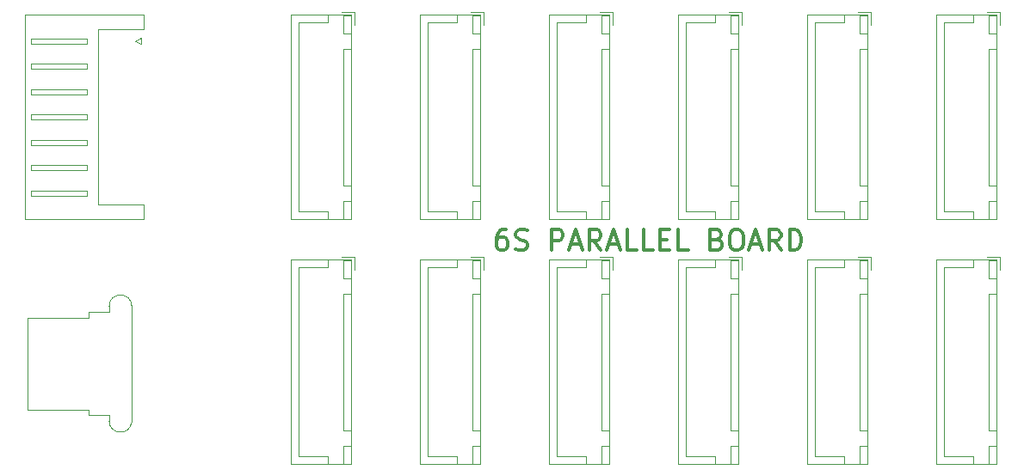
<source format=gbr>
%TF.GenerationSoftware,KiCad,Pcbnew,(5.1.9)-1*%
%TF.CreationDate,2021-11-23T19:46:46+00:00*%
%TF.ProjectId,6S parallel board,36532070-6172-4616-9c6c-656c20626f61,rev?*%
%TF.SameCoordinates,Original*%
%TF.FileFunction,Legend,Top*%
%TF.FilePolarity,Positive*%
%FSLAX46Y46*%
G04 Gerber Fmt 4.6, Leading zero omitted, Abs format (unit mm)*
G04 Created by KiCad (PCBNEW (5.1.9)-1) date 2021-11-23 19:46:46*
%MOMM*%
%LPD*%
G01*
G04 APERTURE LIST*
%ADD10C,0.300000*%
%ADD11C,0.120000*%
G04 APERTURE END LIST*
D10*
X124382380Y-110029761D02*
X124001428Y-110029761D01*
X123810952Y-110125000D01*
X123715714Y-110220238D01*
X123525238Y-110505952D01*
X123430000Y-110886904D01*
X123430000Y-111648809D01*
X123525238Y-111839285D01*
X123620476Y-111934523D01*
X123810952Y-112029761D01*
X124191904Y-112029761D01*
X124382380Y-111934523D01*
X124477619Y-111839285D01*
X124572857Y-111648809D01*
X124572857Y-111172619D01*
X124477619Y-110982142D01*
X124382380Y-110886904D01*
X124191904Y-110791666D01*
X123810952Y-110791666D01*
X123620476Y-110886904D01*
X123525238Y-110982142D01*
X123430000Y-111172619D01*
X125334761Y-111934523D02*
X125620476Y-112029761D01*
X126096666Y-112029761D01*
X126287142Y-111934523D01*
X126382380Y-111839285D01*
X126477619Y-111648809D01*
X126477619Y-111458333D01*
X126382380Y-111267857D01*
X126287142Y-111172619D01*
X126096666Y-111077380D01*
X125715714Y-110982142D01*
X125525238Y-110886904D01*
X125430000Y-110791666D01*
X125334761Y-110601190D01*
X125334761Y-110410714D01*
X125430000Y-110220238D01*
X125525238Y-110125000D01*
X125715714Y-110029761D01*
X126191904Y-110029761D01*
X126477619Y-110125000D01*
X128858571Y-112029761D02*
X128858571Y-110029761D01*
X129620476Y-110029761D01*
X129810952Y-110125000D01*
X129906190Y-110220238D01*
X130001428Y-110410714D01*
X130001428Y-110696428D01*
X129906190Y-110886904D01*
X129810952Y-110982142D01*
X129620476Y-111077380D01*
X128858571Y-111077380D01*
X130763333Y-111458333D02*
X131715714Y-111458333D01*
X130572857Y-112029761D02*
X131239523Y-110029761D01*
X131906190Y-112029761D01*
X133715714Y-112029761D02*
X133049047Y-111077380D01*
X132572857Y-112029761D02*
X132572857Y-110029761D01*
X133334761Y-110029761D01*
X133525238Y-110125000D01*
X133620476Y-110220238D01*
X133715714Y-110410714D01*
X133715714Y-110696428D01*
X133620476Y-110886904D01*
X133525238Y-110982142D01*
X133334761Y-111077380D01*
X132572857Y-111077380D01*
X134477619Y-111458333D02*
X135430000Y-111458333D01*
X134287142Y-112029761D02*
X134953809Y-110029761D01*
X135620476Y-112029761D01*
X137239523Y-112029761D02*
X136287142Y-112029761D01*
X136287142Y-110029761D01*
X138858571Y-112029761D02*
X137906190Y-112029761D01*
X137906190Y-110029761D01*
X139525238Y-110982142D02*
X140191904Y-110982142D01*
X140477619Y-112029761D02*
X139525238Y-112029761D01*
X139525238Y-110029761D01*
X140477619Y-110029761D01*
X142287142Y-112029761D02*
X141334761Y-112029761D01*
X141334761Y-110029761D01*
X145144285Y-110982142D02*
X145430000Y-111077380D01*
X145525238Y-111172619D01*
X145620476Y-111363095D01*
X145620476Y-111648809D01*
X145525238Y-111839285D01*
X145430000Y-111934523D01*
X145239523Y-112029761D01*
X144477619Y-112029761D01*
X144477619Y-110029761D01*
X145144285Y-110029761D01*
X145334761Y-110125000D01*
X145430000Y-110220238D01*
X145525238Y-110410714D01*
X145525238Y-110601190D01*
X145430000Y-110791666D01*
X145334761Y-110886904D01*
X145144285Y-110982142D01*
X144477619Y-110982142D01*
X146858571Y-110029761D02*
X147239523Y-110029761D01*
X147430000Y-110125000D01*
X147620476Y-110315476D01*
X147715714Y-110696428D01*
X147715714Y-111363095D01*
X147620476Y-111744047D01*
X147430000Y-111934523D01*
X147239523Y-112029761D01*
X146858571Y-112029761D01*
X146668095Y-111934523D01*
X146477619Y-111744047D01*
X146382380Y-111363095D01*
X146382380Y-110696428D01*
X146477619Y-110315476D01*
X146668095Y-110125000D01*
X146858571Y-110029761D01*
X148477619Y-111458333D02*
X149430000Y-111458333D01*
X148287142Y-112029761D02*
X148953809Y-110029761D01*
X149620476Y-112029761D01*
X151430000Y-112029761D02*
X150763333Y-111077380D01*
X150287142Y-112029761D02*
X150287142Y-110029761D01*
X151049047Y-110029761D01*
X151239523Y-110125000D01*
X151334761Y-110220238D01*
X151430000Y-110410714D01*
X151430000Y-110696428D01*
X151334761Y-110886904D01*
X151239523Y-110982142D01*
X151049047Y-111077380D01*
X150287142Y-111077380D01*
X152287142Y-112029761D02*
X152287142Y-110029761D01*
X152763333Y-110029761D01*
X153049047Y-110125000D01*
X153239523Y-110315476D01*
X153334761Y-110505952D01*
X153430000Y-110886904D01*
X153430000Y-111172619D01*
X153334761Y-111553571D01*
X153239523Y-111744047D01*
X153049047Y-111934523D01*
X152763333Y-112029761D01*
X152287142Y-112029761D01*
D11*
%TO.C,J14*%
X172930000Y-112720000D02*
X171680000Y-112720000D01*
X172930000Y-113970000D02*
X172930000Y-112720000D01*
X167430000Y-132370000D02*
X167430000Y-123070000D01*
X170380000Y-132370000D02*
X167430000Y-132370000D01*
X170380000Y-133120000D02*
X170380000Y-132370000D01*
X167430000Y-113770000D02*
X167430000Y-123070000D01*
X170380000Y-113770000D02*
X167430000Y-113770000D01*
X170380000Y-113020000D02*
X170380000Y-113770000D01*
X172630000Y-133120000D02*
X172630000Y-131320000D01*
X171880000Y-133120000D02*
X172630000Y-133120000D01*
X171880000Y-131320000D02*
X171880000Y-133120000D01*
X172630000Y-131320000D02*
X171880000Y-131320000D01*
X172630000Y-114820000D02*
X172630000Y-113020000D01*
X171880000Y-114820000D02*
X172630000Y-114820000D01*
X171880000Y-113020000D02*
X171880000Y-114820000D01*
X172630000Y-113020000D02*
X171880000Y-113020000D01*
X172630000Y-129820000D02*
X172630000Y-116320000D01*
X171880000Y-129820000D02*
X172630000Y-129820000D01*
X171880000Y-116320000D02*
X171880000Y-129820000D01*
X172630000Y-116320000D02*
X171880000Y-116320000D01*
X172640000Y-133130000D02*
X172640000Y-113010000D01*
X166670000Y-133130000D02*
X172640000Y-133130000D01*
X166670000Y-113010000D02*
X166670000Y-133130000D01*
X172640000Y-113010000D02*
X166670000Y-113010000D01*
%TO.C,J13*%
X160230000Y-112720000D02*
X158980000Y-112720000D01*
X160230000Y-113970000D02*
X160230000Y-112720000D01*
X154730000Y-132370000D02*
X154730000Y-123070000D01*
X157680000Y-132370000D02*
X154730000Y-132370000D01*
X157680000Y-133120000D02*
X157680000Y-132370000D01*
X154730000Y-113770000D02*
X154730000Y-123070000D01*
X157680000Y-113770000D02*
X154730000Y-113770000D01*
X157680000Y-113020000D02*
X157680000Y-113770000D01*
X159930000Y-133120000D02*
X159930000Y-131320000D01*
X159180000Y-133120000D02*
X159930000Y-133120000D01*
X159180000Y-131320000D02*
X159180000Y-133120000D01*
X159930000Y-131320000D02*
X159180000Y-131320000D01*
X159930000Y-114820000D02*
X159930000Y-113020000D01*
X159180000Y-114820000D02*
X159930000Y-114820000D01*
X159180000Y-113020000D02*
X159180000Y-114820000D01*
X159930000Y-113020000D02*
X159180000Y-113020000D01*
X159930000Y-129820000D02*
X159930000Y-116320000D01*
X159180000Y-129820000D02*
X159930000Y-129820000D01*
X159180000Y-116320000D02*
X159180000Y-129820000D01*
X159930000Y-116320000D02*
X159180000Y-116320000D01*
X159940000Y-133130000D02*
X159940000Y-113010000D01*
X153970000Y-133130000D02*
X159940000Y-133130000D01*
X153970000Y-113010000D02*
X153970000Y-133130000D01*
X159940000Y-113010000D02*
X153970000Y-113010000D01*
%TO.C,J12*%
X147530000Y-112720000D02*
X146280000Y-112720000D01*
X147530000Y-113970000D02*
X147530000Y-112720000D01*
X142030000Y-132370000D02*
X142030000Y-123070000D01*
X144980000Y-132370000D02*
X142030000Y-132370000D01*
X144980000Y-133120000D02*
X144980000Y-132370000D01*
X142030000Y-113770000D02*
X142030000Y-123070000D01*
X144980000Y-113770000D02*
X142030000Y-113770000D01*
X144980000Y-113020000D02*
X144980000Y-113770000D01*
X147230000Y-133120000D02*
X147230000Y-131320000D01*
X146480000Y-133120000D02*
X147230000Y-133120000D01*
X146480000Y-131320000D02*
X146480000Y-133120000D01*
X147230000Y-131320000D02*
X146480000Y-131320000D01*
X147230000Y-114820000D02*
X147230000Y-113020000D01*
X146480000Y-114820000D02*
X147230000Y-114820000D01*
X146480000Y-113020000D02*
X146480000Y-114820000D01*
X147230000Y-113020000D02*
X146480000Y-113020000D01*
X147230000Y-129820000D02*
X147230000Y-116320000D01*
X146480000Y-129820000D02*
X147230000Y-129820000D01*
X146480000Y-116320000D02*
X146480000Y-129820000D01*
X147230000Y-116320000D02*
X146480000Y-116320000D01*
X147240000Y-133130000D02*
X147240000Y-113010000D01*
X141270000Y-133130000D02*
X147240000Y-133130000D01*
X141270000Y-113010000D02*
X141270000Y-133130000D01*
X147240000Y-113010000D02*
X141270000Y-113010000D01*
%TO.C,J11*%
X134830000Y-112720000D02*
X133580000Y-112720000D01*
X134830000Y-113970000D02*
X134830000Y-112720000D01*
X129330000Y-132370000D02*
X129330000Y-123070000D01*
X132280000Y-132370000D02*
X129330000Y-132370000D01*
X132280000Y-133120000D02*
X132280000Y-132370000D01*
X129330000Y-113770000D02*
X129330000Y-123070000D01*
X132280000Y-113770000D02*
X129330000Y-113770000D01*
X132280000Y-113020000D02*
X132280000Y-113770000D01*
X134530000Y-133120000D02*
X134530000Y-131320000D01*
X133780000Y-133120000D02*
X134530000Y-133120000D01*
X133780000Y-131320000D02*
X133780000Y-133120000D01*
X134530000Y-131320000D02*
X133780000Y-131320000D01*
X134530000Y-114820000D02*
X134530000Y-113020000D01*
X133780000Y-114820000D02*
X134530000Y-114820000D01*
X133780000Y-113020000D02*
X133780000Y-114820000D01*
X134530000Y-113020000D02*
X133780000Y-113020000D01*
X134530000Y-129820000D02*
X134530000Y-116320000D01*
X133780000Y-129820000D02*
X134530000Y-129820000D01*
X133780000Y-116320000D02*
X133780000Y-129820000D01*
X134530000Y-116320000D02*
X133780000Y-116320000D01*
X134540000Y-133130000D02*
X134540000Y-113010000D01*
X128570000Y-133130000D02*
X134540000Y-133130000D01*
X128570000Y-113010000D02*
X128570000Y-133130000D01*
X134540000Y-113010000D02*
X128570000Y-113010000D01*
%TO.C,J10*%
X122130000Y-112720000D02*
X120880000Y-112720000D01*
X122130000Y-113970000D02*
X122130000Y-112720000D01*
X116630000Y-132370000D02*
X116630000Y-123070000D01*
X119580000Y-132370000D02*
X116630000Y-132370000D01*
X119580000Y-133120000D02*
X119580000Y-132370000D01*
X116630000Y-113770000D02*
X116630000Y-123070000D01*
X119580000Y-113770000D02*
X116630000Y-113770000D01*
X119580000Y-113020000D02*
X119580000Y-113770000D01*
X121830000Y-133120000D02*
X121830000Y-131320000D01*
X121080000Y-133120000D02*
X121830000Y-133120000D01*
X121080000Y-131320000D02*
X121080000Y-133120000D01*
X121830000Y-131320000D02*
X121080000Y-131320000D01*
X121830000Y-114820000D02*
X121830000Y-113020000D01*
X121080000Y-114820000D02*
X121830000Y-114820000D01*
X121080000Y-113020000D02*
X121080000Y-114820000D01*
X121830000Y-113020000D02*
X121080000Y-113020000D01*
X121830000Y-129820000D02*
X121830000Y-116320000D01*
X121080000Y-129820000D02*
X121830000Y-129820000D01*
X121080000Y-116320000D02*
X121080000Y-129820000D01*
X121830000Y-116320000D02*
X121080000Y-116320000D01*
X121840000Y-133130000D02*
X121840000Y-113010000D01*
X115870000Y-133130000D02*
X121840000Y-133130000D01*
X115870000Y-113010000D02*
X115870000Y-133130000D01*
X121840000Y-113010000D02*
X115870000Y-113010000D01*
%TO.C,J9*%
X109430000Y-112720000D02*
X108180000Y-112720000D01*
X109430000Y-113970000D02*
X109430000Y-112720000D01*
X103930000Y-132370000D02*
X103930000Y-123070000D01*
X106880000Y-132370000D02*
X103930000Y-132370000D01*
X106880000Y-133120000D02*
X106880000Y-132370000D01*
X103930000Y-113770000D02*
X103930000Y-123070000D01*
X106880000Y-113770000D02*
X103930000Y-113770000D01*
X106880000Y-113020000D02*
X106880000Y-113770000D01*
X109130000Y-133120000D02*
X109130000Y-131320000D01*
X108380000Y-133120000D02*
X109130000Y-133120000D01*
X108380000Y-131320000D02*
X108380000Y-133120000D01*
X109130000Y-131320000D02*
X108380000Y-131320000D01*
X109130000Y-114820000D02*
X109130000Y-113020000D01*
X108380000Y-114820000D02*
X109130000Y-114820000D01*
X108380000Y-113020000D02*
X108380000Y-114820000D01*
X109130000Y-113020000D02*
X108380000Y-113020000D01*
X109130000Y-129820000D02*
X109130000Y-116320000D01*
X108380000Y-129820000D02*
X109130000Y-129820000D01*
X108380000Y-116320000D02*
X108380000Y-129820000D01*
X109130000Y-116320000D02*
X108380000Y-116320000D01*
X109140000Y-133130000D02*
X109140000Y-113010000D01*
X103170000Y-133130000D02*
X109140000Y-133130000D01*
X103170000Y-113010000D02*
X103170000Y-133130000D01*
X109140000Y-113010000D02*
X103170000Y-113010000D01*
%TO.C,J8*%
X172930000Y-88590000D02*
X171680000Y-88590000D01*
X172930000Y-89840000D02*
X172930000Y-88590000D01*
X167430000Y-108240000D02*
X167430000Y-98940000D01*
X170380000Y-108240000D02*
X167430000Y-108240000D01*
X170380000Y-108990000D02*
X170380000Y-108240000D01*
X167430000Y-89640000D02*
X167430000Y-98940000D01*
X170380000Y-89640000D02*
X167430000Y-89640000D01*
X170380000Y-88890000D02*
X170380000Y-89640000D01*
X172630000Y-108990000D02*
X172630000Y-107190000D01*
X171880000Y-108990000D02*
X172630000Y-108990000D01*
X171880000Y-107190000D02*
X171880000Y-108990000D01*
X172630000Y-107190000D02*
X171880000Y-107190000D01*
X172630000Y-90690000D02*
X172630000Y-88890000D01*
X171880000Y-90690000D02*
X172630000Y-90690000D01*
X171880000Y-88890000D02*
X171880000Y-90690000D01*
X172630000Y-88890000D02*
X171880000Y-88890000D01*
X172630000Y-105690000D02*
X172630000Y-92190000D01*
X171880000Y-105690000D02*
X172630000Y-105690000D01*
X171880000Y-92190000D02*
X171880000Y-105690000D01*
X172630000Y-92190000D02*
X171880000Y-92190000D01*
X172640000Y-109000000D02*
X172640000Y-88880000D01*
X166670000Y-109000000D02*
X172640000Y-109000000D01*
X166670000Y-88880000D02*
X166670000Y-109000000D01*
X172640000Y-88880000D02*
X166670000Y-88880000D01*
%TO.C,J7*%
X160230000Y-88590000D02*
X158980000Y-88590000D01*
X160230000Y-89840000D02*
X160230000Y-88590000D01*
X154730000Y-108240000D02*
X154730000Y-98940000D01*
X157680000Y-108240000D02*
X154730000Y-108240000D01*
X157680000Y-108990000D02*
X157680000Y-108240000D01*
X154730000Y-89640000D02*
X154730000Y-98940000D01*
X157680000Y-89640000D02*
X154730000Y-89640000D01*
X157680000Y-88890000D02*
X157680000Y-89640000D01*
X159930000Y-108990000D02*
X159930000Y-107190000D01*
X159180000Y-108990000D02*
X159930000Y-108990000D01*
X159180000Y-107190000D02*
X159180000Y-108990000D01*
X159930000Y-107190000D02*
X159180000Y-107190000D01*
X159930000Y-90690000D02*
X159930000Y-88890000D01*
X159180000Y-90690000D02*
X159930000Y-90690000D01*
X159180000Y-88890000D02*
X159180000Y-90690000D01*
X159930000Y-88890000D02*
X159180000Y-88890000D01*
X159930000Y-105690000D02*
X159930000Y-92190000D01*
X159180000Y-105690000D02*
X159930000Y-105690000D01*
X159180000Y-92190000D02*
X159180000Y-105690000D01*
X159930000Y-92190000D02*
X159180000Y-92190000D01*
X159940000Y-109000000D02*
X159940000Y-88880000D01*
X153970000Y-109000000D02*
X159940000Y-109000000D01*
X153970000Y-88880000D02*
X153970000Y-109000000D01*
X159940000Y-88880000D02*
X153970000Y-88880000D01*
%TO.C,J6*%
X147530000Y-88590000D02*
X146280000Y-88590000D01*
X147530000Y-89840000D02*
X147530000Y-88590000D01*
X142030000Y-108240000D02*
X142030000Y-98940000D01*
X144980000Y-108240000D02*
X142030000Y-108240000D01*
X144980000Y-108990000D02*
X144980000Y-108240000D01*
X142030000Y-89640000D02*
X142030000Y-98940000D01*
X144980000Y-89640000D02*
X142030000Y-89640000D01*
X144980000Y-88890000D02*
X144980000Y-89640000D01*
X147230000Y-108990000D02*
X147230000Y-107190000D01*
X146480000Y-108990000D02*
X147230000Y-108990000D01*
X146480000Y-107190000D02*
X146480000Y-108990000D01*
X147230000Y-107190000D02*
X146480000Y-107190000D01*
X147230000Y-90690000D02*
X147230000Y-88890000D01*
X146480000Y-90690000D02*
X147230000Y-90690000D01*
X146480000Y-88890000D02*
X146480000Y-90690000D01*
X147230000Y-88890000D02*
X146480000Y-88890000D01*
X147230000Y-105690000D02*
X147230000Y-92190000D01*
X146480000Y-105690000D02*
X147230000Y-105690000D01*
X146480000Y-92190000D02*
X146480000Y-105690000D01*
X147230000Y-92190000D02*
X146480000Y-92190000D01*
X147240000Y-109000000D02*
X147240000Y-88880000D01*
X141270000Y-109000000D02*
X147240000Y-109000000D01*
X141270000Y-88880000D02*
X141270000Y-109000000D01*
X147240000Y-88880000D02*
X141270000Y-88880000D01*
%TO.C,J5*%
X134830000Y-88590000D02*
X133580000Y-88590000D01*
X134830000Y-89840000D02*
X134830000Y-88590000D01*
X129330000Y-108240000D02*
X129330000Y-98940000D01*
X132280000Y-108240000D02*
X129330000Y-108240000D01*
X132280000Y-108990000D02*
X132280000Y-108240000D01*
X129330000Y-89640000D02*
X129330000Y-98940000D01*
X132280000Y-89640000D02*
X129330000Y-89640000D01*
X132280000Y-88890000D02*
X132280000Y-89640000D01*
X134530000Y-108990000D02*
X134530000Y-107190000D01*
X133780000Y-108990000D02*
X134530000Y-108990000D01*
X133780000Y-107190000D02*
X133780000Y-108990000D01*
X134530000Y-107190000D02*
X133780000Y-107190000D01*
X134530000Y-90690000D02*
X134530000Y-88890000D01*
X133780000Y-90690000D02*
X134530000Y-90690000D01*
X133780000Y-88890000D02*
X133780000Y-90690000D01*
X134530000Y-88890000D02*
X133780000Y-88890000D01*
X134530000Y-105690000D02*
X134530000Y-92190000D01*
X133780000Y-105690000D02*
X134530000Y-105690000D01*
X133780000Y-92190000D02*
X133780000Y-105690000D01*
X134530000Y-92190000D02*
X133780000Y-92190000D01*
X134540000Y-109000000D02*
X134540000Y-88880000D01*
X128570000Y-109000000D02*
X134540000Y-109000000D01*
X128570000Y-88880000D02*
X128570000Y-109000000D01*
X134540000Y-88880000D02*
X128570000Y-88880000D01*
%TO.C,J4*%
X122130000Y-88590000D02*
X120880000Y-88590000D01*
X122130000Y-89840000D02*
X122130000Y-88590000D01*
X116630000Y-108240000D02*
X116630000Y-98940000D01*
X119580000Y-108240000D02*
X116630000Y-108240000D01*
X119580000Y-108990000D02*
X119580000Y-108240000D01*
X116630000Y-89640000D02*
X116630000Y-98940000D01*
X119580000Y-89640000D02*
X116630000Y-89640000D01*
X119580000Y-88890000D02*
X119580000Y-89640000D01*
X121830000Y-108990000D02*
X121830000Y-107190000D01*
X121080000Y-108990000D02*
X121830000Y-108990000D01*
X121080000Y-107190000D02*
X121080000Y-108990000D01*
X121830000Y-107190000D02*
X121080000Y-107190000D01*
X121830000Y-90690000D02*
X121830000Y-88890000D01*
X121080000Y-90690000D02*
X121830000Y-90690000D01*
X121080000Y-88890000D02*
X121080000Y-90690000D01*
X121830000Y-88890000D02*
X121080000Y-88890000D01*
X121830000Y-105690000D02*
X121830000Y-92190000D01*
X121080000Y-105690000D02*
X121830000Y-105690000D01*
X121080000Y-92190000D02*
X121080000Y-105690000D01*
X121830000Y-92190000D02*
X121080000Y-92190000D01*
X121840000Y-109000000D02*
X121840000Y-88880000D01*
X115870000Y-109000000D02*
X121840000Y-109000000D01*
X115870000Y-88880000D02*
X115870000Y-109000000D01*
X121840000Y-88880000D02*
X115870000Y-88880000D01*
%TO.C,J3*%
X109430000Y-88590000D02*
X108180000Y-88590000D01*
X109430000Y-89840000D02*
X109430000Y-88590000D01*
X103930000Y-108240000D02*
X103930000Y-98940000D01*
X106880000Y-108240000D02*
X103930000Y-108240000D01*
X106880000Y-108990000D02*
X106880000Y-108240000D01*
X103930000Y-89640000D02*
X103930000Y-98940000D01*
X106880000Y-89640000D02*
X103930000Y-89640000D01*
X106880000Y-88890000D02*
X106880000Y-89640000D01*
X109130000Y-108990000D02*
X109130000Y-107190000D01*
X108380000Y-108990000D02*
X109130000Y-108990000D01*
X108380000Y-107190000D02*
X108380000Y-108990000D01*
X109130000Y-107190000D02*
X108380000Y-107190000D01*
X109130000Y-90690000D02*
X109130000Y-88890000D01*
X108380000Y-90690000D02*
X109130000Y-90690000D01*
X108380000Y-88890000D02*
X108380000Y-90690000D01*
X109130000Y-88890000D02*
X108380000Y-88890000D01*
X109130000Y-105690000D02*
X109130000Y-92190000D01*
X108380000Y-105690000D02*
X109130000Y-105690000D01*
X108380000Y-92190000D02*
X108380000Y-105690000D01*
X109130000Y-92190000D02*
X108380000Y-92190000D01*
X109140000Y-109000000D02*
X109140000Y-88880000D01*
X103170000Y-109000000D02*
X109140000Y-109000000D01*
X103170000Y-88880000D02*
X103170000Y-109000000D01*
X109140000Y-88880000D02*
X103170000Y-88880000D01*
%TO.C,J2*%
X88460000Y-91740000D02*
X87860000Y-91440000D01*
X88460000Y-91140000D02*
X88460000Y-91740000D01*
X87860000Y-91440000D02*
X88460000Y-91140000D01*
X83160000Y-106690000D02*
X83160000Y-106190000D01*
X77660000Y-106690000D02*
X83160000Y-106690000D01*
X77660000Y-106190000D02*
X77660000Y-106690000D01*
X83160000Y-106190000D02*
X77660000Y-106190000D01*
X83160000Y-104190000D02*
X83160000Y-103690000D01*
X77660000Y-104190000D02*
X83160000Y-104190000D01*
X77660000Y-103690000D02*
X77660000Y-104190000D01*
X83160000Y-103690000D02*
X77660000Y-103690000D01*
X83160000Y-101690000D02*
X83160000Y-101190000D01*
X77660000Y-101690000D02*
X83160000Y-101690000D01*
X77660000Y-101190000D02*
X77660000Y-101690000D01*
X83160000Y-101190000D02*
X77660000Y-101190000D01*
X83160000Y-99190000D02*
X83160000Y-98690000D01*
X77660000Y-99190000D02*
X83160000Y-99190000D01*
X77660000Y-98690000D02*
X77660000Y-99190000D01*
X83160000Y-98690000D02*
X77660000Y-98690000D01*
X83160000Y-96690000D02*
X83160000Y-96190000D01*
X77660000Y-96690000D02*
X83160000Y-96690000D01*
X77660000Y-96190000D02*
X77660000Y-96690000D01*
X83160000Y-96190000D02*
X77660000Y-96190000D01*
X83160000Y-94190000D02*
X83160000Y-93690000D01*
X77660000Y-94190000D02*
X83160000Y-94190000D01*
X77660000Y-93690000D02*
X77660000Y-94190000D01*
X83160000Y-93690000D02*
X77660000Y-93690000D01*
X83160000Y-91690000D02*
X83160000Y-91190000D01*
X77660000Y-91690000D02*
X83160000Y-91690000D01*
X77660000Y-91190000D02*
X77660000Y-91690000D01*
X83160000Y-91190000D02*
X77660000Y-91190000D01*
X84270000Y-107580000D02*
X84270000Y-98940000D01*
X88770000Y-107580000D02*
X84270000Y-107580000D01*
X88770000Y-109000000D02*
X88770000Y-107580000D01*
X77050000Y-109000000D02*
X88770000Y-109000000D01*
X77050000Y-98940000D02*
X77050000Y-109000000D01*
X84270000Y-90300000D02*
X84270000Y-98940000D01*
X88770000Y-90300000D02*
X84270000Y-90300000D01*
X88770000Y-88880000D02*
X88770000Y-90300000D01*
X77050000Y-88880000D02*
X88770000Y-88880000D01*
X77050000Y-98940000D02*
X77050000Y-88880000D01*
%TO.C,J1*%
X83280000Y-128290000D02*
X83280000Y-127760000D01*
X87550000Y-128990000D02*
X87550000Y-117470000D01*
X83280000Y-128290000D02*
X85330000Y-128290000D01*
X85330000Y-128990000D02*
X85330000Y-128290000D01*
X85330000Y-118170000D02*
X85330000Y-117470000D01*
X83280000Y-118170000D02*
X85330000Y-118170000D01*
X83280000Y-118700000D02*
X83280000Y-118170000D01*
X77280000Y-118700000D02*
X83280000Y-118700000D01*
X77280000Y-127760000D02*
X77280000Y-118730000D01*
X77280000Y-127760000D02*
X83280000Y-127760000D01*
X87536635Y-129051729D02*
G75*
G02*
X85330000Y-128880000I-1096635J171729D01*
G01*
X85330000Y-117580000D02*
G75*
G02*
X87550000Y-117580000I1110000J0D01*
G01*
%TD*%
M02*

</source>
